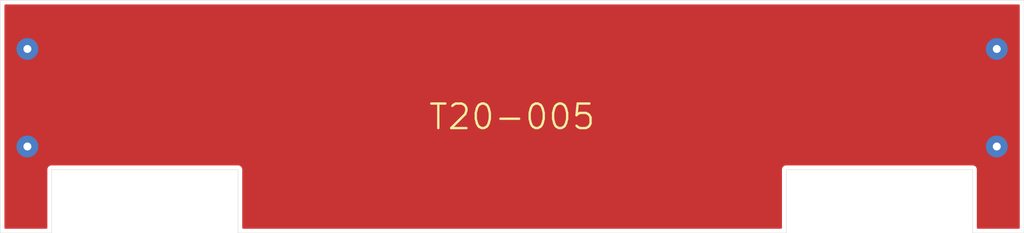
<source format=kicad_pcb>
(kicad_pcb (version 20171130) (host pcbnew "(5.1.12)-1")

  (general
    (thickness 1.6)
    (drawings 15)
    (tracks 6)
    (zones 0)
    (modules 0)
    (nets 1)
  )

  (page A4)
  (layers
    (0 F.Cu signal)
    (31 B.Cu signal)
    (32 B.Adhes user)
    (33 F.Adhes user)
    (34 B.Paste user)
    (35 F.Paste user)
    (36 B.SilkS user)
    (37 F.SilkS user)
    (38 B.Mask user)
    (39 F.Mask user)
    (40 Dwgs.User user)
    (41 Cmts.User user)
    (42 Eco1.User user)
    (43 Eco2.User user)
    (44 Edge.Cuts user)
    (45 Margin user)
    (46 B.CrtYd user)
    (47 F.CrtYd user)
    (48 B.Fab user)
    (49 F.Fab user)
  )

  (setup
    (last_trace_width 4)
    (user_trace_width 4)
    (trace_clearance 0.2)
    (zone_clearance 0.508)
    (zone_45_only no)
    (trace_min 0.2)
    (via_size 0.8)
    (via_drill 0.4)
    (via_min_size 0.4)
    (via_min_drill 0.3)
    (uvia_size 0.3)
    (uvia_drill 0.1)
    (uvias_allowed no)
    (uvia_min_size 0.2)
    (uvia_min_drill 0.1)
    (edge_width 0.05)
    (segment_width 0.2)
    (pcb_text_width 0.3)
    (pcb_text_size 1.5 1.5)
    (mod_edge_width 0.12)
    (mod_text_size 1 1)
    (mod_text_width 0.15)
    (pad_size 1.524 1.524)
    (pad_drill 0.762)
    (pad_to_mask_clearance 0)
    (aux_axis_origin 0 0)
    (visible_elements 7FFFFFFF)
    (pcbplotparams
      (layerselection 0x010fc_ffffffff)
      (usegerberextensions false)
      (usegerberattributes true)
      (usegerberadvancedattributes true)
      (creategerberjobfile true)
      (excludeedgelayer true)
      (linewidth 0.100000)
      (plotframeref false)
      (viasonmask false)
      (mode 1)
      (useauxorigin false)
      (hpglpennumber 1)
      (hpglpenspeed 20)
      (hpglpendiameter 15.000000)
      (psnegative false)
      (psa4output false)
      (plotreference true)
      (plotvalue true)
      (plotinvisibletext false)
      (padsonsilk false)
      (subtractmaskfromsilk false)
      (outputformat 1)
      (mirror false)
      (drillshape 1)
      (scaleselection 1)
      (outputdirectory ""))
  )

  (net 0 "")

  (net_class Default "This is the default net class."
    (clearance 0.2)
    (trace_width 0.25)
    (via_dia 0.8)
    (via_drill 0.4)
    (uvia_dia 0.3)
    (uvia_drill 0.1)
  )

  (gr_line (start 93.853 127) (end 94.107 127) (layer Edge.Cuts) (width 0.05) (tstamp 6552A69E))
  (gr_line (start 93.853 118.999) (end 93.853 127) (layer Edge.Cuts) (width 0.05))
  (gr_line (start 93.853 118.999) (end 70.358 118.999) (layer Edge.Cuts) (width 0.05) (tstamp 6552A686))
  (gr_line (start 70.358 127) (end 70.358 118.999) (layer Edge.Cuts) (width 0.05))
  (gr_line (start 63.881 127) (end 70.358 127) (layer Edge.Cuts) (width 0.05))
  (gr_line (start 63.881 97.5995) (end 64.135 97.5995) (layer Edge.Cuts) (width 0.05) (tstamp 6552A664))
  (gr_line (start 94.107 127) (end 162.941 127) (layer Edge.Cuts) (width 0.05) (tstamp 6552A5C9))
  (gr_line (start 64.135 97.5995) (end 192.913 97.5995) (layer Edge.Cuts) (width 0.05) (tstamp 6552A598))
  (gr_line (start 63.881 127) (end 63.881 97.5995) (layer Edge.Cuts) (width 0.05))
  (gr_text T20-005 (at 128.397 112.3315) (layer F.SilkS)
    (effects (font (size 3.1 3.1) (thickness 0.3)))
  )
  (gr_line (start 162.941 118.999) (end 162.941 127) (layer Edge.Cuts) (width 0.05))
  (gr_line (start 186.436 118.999) (end 162.941 118.999) (layer Edge.Cuts) (width 0.05))
  (gr_line (start 186.436 127) (end 186.436 118.999) (layer Edge.Cuts) (width 0.05))
  (gr_line (start 192.913 127) (end 186.436 127) (layer Edge.Cuts) (width 0.05))
  (gr_line (start 192.913 127) (end 192.913 97.5995) (layer Edge.Cuts) (width 0.05))

  (via (at 189.484 103.759) (size 2.75) (drill 1) (layers F.Cu B.Cu) (net 0) (tstamp 6553175E))
  (via (at 189.484 116.078) (size 2.75) (drill 1) (layers F.Cu B.Cu) (net 0) (tstamp 6553175F))
  (via (at 67.31 103.759) (size 2.75) (drill 1) (layers F.Cu B.Cu) (net 0) (tstamp 6553175E))
  (via (at 67.31 116.078) (size 2.75) (drill 1) (layers F.Cu B.Cu) (net 0) (tstamp 6553175F))
  (segment (start 189.484 116.078) (end 189.484 103.759) (width 4) (layer F.Cu) (net 0))
  (segment (start 67.31 116.078) (end 67.31 103.759) (width 4) (layer F.Cu) (net 0))

  (zone (net 0) (net_name "") (layer F.Cu) (tstamp 0) (hatch edge 0.508)
    (connect_pads (clearance 0.508))
    (min_thickness 0.254)
    (fill yes (arc_segments 32) (thermal_gap 0.508) (thermal_bridge_width 0.508))
    (polygon
      (pts
        (xy 192.913 127) (xy 186.436 127) (xy 186.436 118.999) (xy 162.941 118.999) (xy 162.941 127)
        (xy 93.853 127) (xy 93.853 118.999) (xy 70.358 118.999) (xy 70.358 127) (xy 63.881 127)
        (xy 63.881 97.5995) (xy 192.913 97.5995)
      )
    )
    (filled_polygon
      (pts
        (xy 192.253 126.34) (xy 187.096 126.34) (xy 187.096 119.031419) (xy 187.099193 118.999) (xy 187.08645 118.869617)
        (xy 187.04871 118.745207) (xy 186.987425 118.63055) (xy 186.904948 118.530052) (xy 186.80445 118.447575) (xy 186.689793 118.38629)
        (xy 186.565383 118.34855) (xy 186.468419 118.339) (xy 186.436 118.335807) (xy 186.403581 118.339) (xy 162.973419 118.339)
        (xy 162.941 118.335807) (xy 162.908581 118.339) (xy 162.811617 118.34855) (xy 162.687207 118.38629) (xy 162.57255 118.447575)
        (xy 162.472052 118.530052) (xy 162.389575 118.63055) (xy 162.32829 118.745207) (xy 162.29055 118.869617) (xy 162.277807 118.999)
        (xy 162.281 119.031419) (xy 162.281001 126.34) (xy 94.513 126.34) (xy 94.513 119.031419) (xy 94.516193 118.999)
        (xy 94.50345 118.869617) (xy 94.46571 118.745207) (xy 94.404425 118.63055) (xy 94.321948 118.530052) (xy 94.22145 118.447575)
        (xy 94.106793 118.38629) (xy 93.982383 118.34855) (xy 93.885419 118.339) (xy 93.853 118.335807) (xy 93.820581 118.339)
        (xy 70.390419 118.339) (xy 70.358 118.335807) (xy 70.325581 118.339) (xy 70.228617 118.34855) (xy 70.104207 118.38629)
        (xy 69.98955 118.447575) (xy 69.889052 118.530052) (xy 69.806575 118.63055) (xy 69.74529 118.745207) (xy 69.70755 118.869617)
        (xy 69.694807 118.999) (xy 69.698001 119.031429) (xy 69.698 126.34) (xy 64.541 126.34) (xy 64.541 115.880032)
        (xy 65.3 115.880032) (xy 65.3 116.275968) (xy 65.377243 116.664296) (xy 65.528761 117.030092) (xy 65.748731 117.359301)
        (xy 66.028699 117.639269) (xy 66.357908 117.859239) (xy 66.723704 118.010757) (xy 67.112032 118.088) (xy 67.507968 118.088)
        (xy 67.896296 118.010757) (xy 68.262092 117.859239) (xy 68.591301 117.639269) (xy 68.871269 117.359301) (xy 69.091239 117.030092)
        (xy 69.242757 116.664296) (xy 69.32 116.275968) (xy 69.32 115.880032) (xy 187.474 115.880032) (xy 187.474 116.275968)
        (xy 187.551243 116.664296) (xy 187.702761 117.030092) (xy 187.922731 117.359301) (xy 188.202699 117.639269) (xy 188.531908 117.859239)
        (xy 188.897704 118.010757) (xy 189.286032 118.088) (xy 189.681968 118.088) (xy 190.070296 118.010757) (xy 190.436092 117.859239)
        (xy 190.765301 117.639269) (xy 191.045269 117.359301) (xy 191.265239 117.030092) (xy 191.416757 116.664296) (xy 191.494 116.275968)
        (xy 191.494 115.880032) (xy 191.416757 115.491704) (xy 191.265239 115.125908) (xy 191.045269 114.796699) (xy 190.765301 114.516731)
        (xy 190.436092 114.296761) (xy 190.070296 114.145243) (xy 189.681968 114.068) (xy 189.286032 114.068) (xy 188.897704 114.145243)
        (xy 188.531908 114.296761) (xy 188.202699 114.516731) (xy 187.922731 114.796699) (xy 187.702761 115.125908) (xy 187.551243 115.491704)
        (xy 187.474 115.880032) (xy 69.32 115.880032) (xy 69.242757 115.491704) (xy 69.091239 115.125908) (xy 68.871269 114.796699)
        (xy 68.591301 114.516731) (xy 68.262092 114.296761) (xy 67.896296 114.145243) (xy 67.507968 114.068) (xy 67.112032 114.068)
        (xy 66.723704 114.145243) (xy 66.357908 114.296761) (xy 66.028699 114.516731) (xy 65.748731 114.796699) (xy 65.528761 115.125908)
        (xy 65.377243 115.491704) (xy 65.3 115.880032) (xy 64.541 115.880032) (xy 64.541 103.561032) (xy 65.3 103.561032)
        (xy 65.3 103.956968) (xy 65.377243 104.345296) (xy 65.528761 104.711092) (xy 65.748731 105.040301) (xy 66.028699 105.320269)
        (xy 66.357908 105.540239) (xy 66.723704 105.691757) (xy 67.112032 105.769) (xy 67.507968 105.769) (xy 67.896296 105.691757)
        (xy 68.262092 105.540239) (xy 68.591301 105.320269) (xy 68.871269 105.040301) (xy 69.091239 104.711092) (xy 69.242757 104.345296)
        (xy 69.32 103.956968) (xy 69.32 103.561032) (xy 187.474 103.561032) (xy 187.474 103.956968) (xy 187.551243 104.345296)
        (xy 187.702761 104.711092) (xy 187.922731 105.040301) (xy 188.202699 105.320269) (xy 188.531908 105.540239) (xy 188.897704 105.691757)
        (xy 189.286032 105.769) (xy 189.681968 105.769) (xy 190.070296 105.691757) (xy 190.436092 105.540239) (xy 190.765301 105.320269)
        (xy 191.045269 105.040301) (xy 191.265239 104.711092) (xy 191.416757 104.345296) (xy 191.494 103.956968) (xy 191.494 103.561032)
        (xy 191.416757 103.172704) (xy 191.265239 102.806908) (xy 191.045269 102.477699) (xy 190.765301 102.197731) (xy 190.436092 101.977761)
        (xy 190.070296 101.826243) (xy 189.681968 101.749) (xy 189.286032 101.749) (xy 188.897704 101.826243) (xy 188.531908 101.977761)
        (xy 188.202699 102.197731) (xy 187.922731 102.477699) (xy 187.702761 102.806908) (xy 187.551243 103.172704) (xy 187.474 103.561032)
        (xy 69.32 103.561032) (xy 69.242757 103.172704) (xy 69.091239 102.806908) (xy 68.871269 102.477699) (xy 68.591301 102.197731)
        (xy 68.262092 101.977761) (xy 67.896296 101.826243) (xy 67.507968 101.749) (xy 67.112032 101.749) (xy 66.723704 101.826243)
        (xy 66.357908 101.977761) (xy 66.028699 102.197731) (xy 65.748731 102.477699) (xy 65.528761 102.806908) (xy 65.377243 103.172704)
        (xy 65.3 103.561032) (xy 64.541 103.561032) (xy 64.541 98.2595) (xy 192.253001 98.2595)
      )
    )
  )
)

</source>
